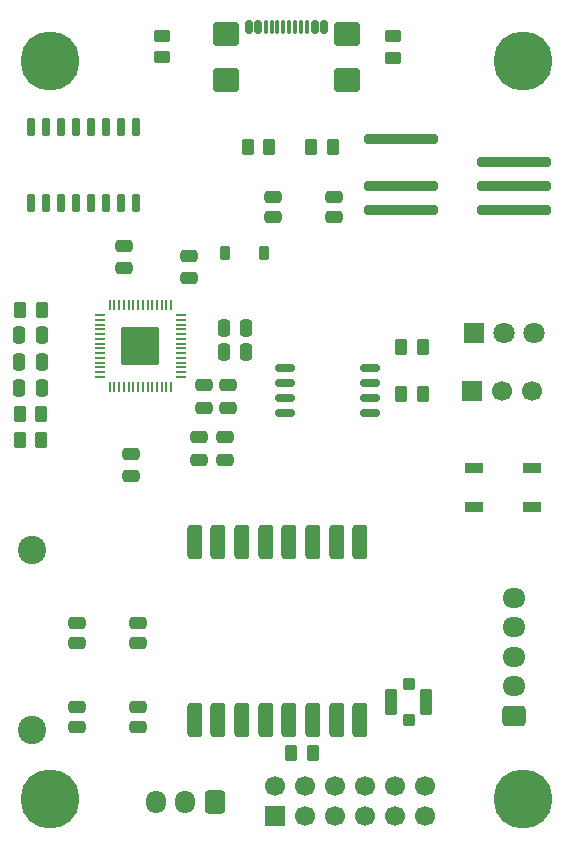
<source format=gbr>
%TF.GenerationSoftware,KiCad,Pcbnew,9.0.6*%
%TF.CreationDate,2025-11-22T08:39:34-08:00*%
%TF.ProjectId,bramble,6272616d-626c-4652-9e6b-696361645f70,rev?*%
%TF.SameCoordinates,Original*%
%TF.FileFunction,Soldermask,Top*%
%TF.FilePolarity,Negative*%
%FSLAX46Y46*%
G04 Gerber Fmt 4.6, Leading zero omitted, Abs format (unit mm)*
G04 Created by KiCad (PCBNEW 9.0.6) date 2025-11-22 08:39:34*
%MOMM*%
%LPD*%
G01*
G04 APERTURE LIST*
G04 Aperture macros list*
%AMRoundRect*
0 Rectangle with rounded corners*
0 $1 Rounding radius*
0 $2 $3 $4 $5 $6 $7 $8 $9 X,Y pos of 4 corners*
0 Add a 4 corners polygon primitive as box body*
4,1,4,$2,$3,$4,$5,$6,$7,$8,$9,$2,$3,0*
0 Add four circle primitives for the rounded corners*
1,1,$1+$1,$2,$3*
1,1,$1+$1,$4,$5*
1,1,$1+$1,$6,$7*
1,1,$1+$1,$8,$9*
0 Add four rect primitives between the rounded corners*
20,1,$1+$1,$2,$3,$4,$5,0*
20,1,$1+$1,$4,$5,$6,$7,0*
20,1,$1+$1,$6,$7,$8,$9,0*
20,1,$1+$1,$8,$9,$2,$3,0*%
G04 Aperture macros list end*
%ADD10RoundRect,0.250000X-0.475000X-0.250000X0.475000X-0.250000X0.475000X0.250000X-0.475000X0.250000X0*%
%ADD11RoundRect,0.250000X-0.262500X-0.450000X0.262500X-0.450000X0.262500X0.450000X-0.262500X0.450000X0*%
%ADD12RoundRect,0.100000X-0.400000X-0.400000X0.400000X-0.400000X0.400000X0.400000X-0.400000X0.400000X0*%
%ADD13RoundRect,0.105000X-0.420000X-0.995000X0.420000X-0.995000X0.420000X0.995000X-0.420000X0.995000X0*%
%ADD14R,1.800000X1.800000*%
%ADD15C,1.800000*%
%ADD16RoundRect,0.250000X0.475000X-0.250000X0.475000X0.250000X-0.475000X0.250000X-0.475000X-0.250000X0*%
%ADD17C,2.400000*%
%ADD18RoundRect,0.250000X-0.450000X0.262500X-0.450000X-0.262500X0.450000X-0.262500X0.450000X0.262500X0*%
%ADD19C,5.000000*%
%ADD20RoundRect,0.250000X-0.475000X0.250000X-0.475000X-0.250000X0.475000X-0.250000X0.475000X0.250000X0*%
%ADD21RoundRect,0.250000X0.262500X0.450000X-0.262500X0.450000X-0.262500X-0.450000X0.262500X-0.450000X0*%
%ADD22RoundRect,0.250000X0.475000X0.250000X-0.475000X0.250000X-0.475000X-0.250000X0.475000X-0.250000X0*%
%ADD23RoundRect,0.050000X-0.050000X0.387500X-0.050000X-0.387500X0.050000X-0.387500X0.050000X0.387500X0*%
%ADD24RoundRect,0.050000X-0.387500X0.050000X-0.387500X-0.050000X0.387500X-0.050000X0.387500X0.050000X0*%
%ADD25RoundRect,0.144000X-1.456000X1.456000X-1.456000X-1.456000X1.456000X-1.456000X1.456000X1.456000X0*%
%ADD26RoundRect,0.090000X-0.660000X-0.360000X0.660000X-0.360000X0.660000X0.360000X-0.660000X0.360000X0*%
%ADD27RoundRect,0.250000X0.250000X0.475000X-0.250000X0.475000X-0.250000X-0.475000X0.250000X-0.475000X0*%
%ADD28RoundRect,0.250000X0.600000X0.725000X-0.600000X0.725000X-0.600000X-0.725000X0.600000X-0.725000X0*%
%ADD29O,1.700000X1.950000*%
%ADD30RoundRect,0.225000X-0.225000X-0.375000X0.225000X-0.375000X0.225000X0.375000X-0.225000X0.375000X0*%
%ADD31RoundRect,0.317500X0.317500X-1.157500X0.317500X1.157500X-0.317500X1.157500X-0.317500X-1.157500X0*%
%ADD32R,1.700000X1.700000*%
%ADD33C,1.700000*%
%ADD34RoundRect,0.250000X-0.840000X-0.750000X0.840000X-0.750000X0.840000X0.750000X-0.840000X0.750000X0*%
%ADD35RoundRect,0.150000X-0.150000X-0.425000X0.150000X-0.425000X0.150000X0.425000X-0.150000X0.425000X0*%
%ADD36RoundRect,0.075000X-0.075000X-0.500000X0.075000X-0.500000X0.075000X0.500000X-0.075000X0.500000X0*%
%ADD37RoundRect,0.250000X-0.250000X-0.475000X0.250000X-0.475000X0.250000X0.475000X-0.250000X0.475000X0*%
%ADD38RoundRect,0.205000X2.920000X-0.205000X2.920000X0.205000X-2.920000X0.205000X-2.920000X-0.205000X0*%
%ADD39RoundRect,0.162500X0.650000X0.162500X-0.650000X0.162500X-0.650000X-0.162500X0.650000X-0.162500X0*%
%ADD40RoundRect,0.250000X0.725000X-0.600000X0.725000X0.600000X-0.725000X0.600000X-0.725000X-0.600000X0*%
%ADD41O,1.950000X1.700000*%
%ADD42RoundRect,0.150000X0.150000X-0.650000X0.150000X0.650000X-0.150000X0.650000X-0.150000X-0.650000X0*%
G04 APERTURE END LIST*
D10*
%TO.C,SW1*%
X35600000Y-28500000D03*
X40750000Y-28500000D03*
X35600000Y-30200000D03*
X40750000Y-30200000D03*
%TD*%
D11*
%TO.C,R13*%
X14245000Y-38070000D03*
X16070000Y-38070000D03*
%TD*%
D12*
%TO.C,J5*%
X47100000Y-69750000D03*
D13*
X48575000Y-71250000D03*
D12*
X47100000Y-72750000D03*
D13*
X45625000Y-71250000D03*
%TD*%
D11*
%TO.C,R21*%
X46487500Y-41200000D03*
X48312500Y-41200000D03*
%TD*%
D14*
%TO.C,D1*%
X52660000Y-40000000D03*
D15*
X55200000Y-40000000D03*
X57740000Y-40000000D03*
%TD*%
D16*
%TO.C,C13*%
X28525000Y-35400000D03*
X28525000Y-33500000D03*
%TD*%
D17*
%TO.C,R6*%
X15200000Y-58380000D03*
X15200000Y-73620000D03*
%TD*%
D18*
%TO.C,R17*%
X26250000Y-14837500D03*
X26250000Y-16662500D03*
%TD*%
D19*
%TO.C,U$4*%
X16750000Y-17000000D03*
%TD*%
D11*
%TO.C,R20*%
X33500000Y-24250000D03*
X35325000Y-24250000D03*
%TD*%
D20*
%TO.C,C16*%
X31550000Y-48850000D03*
X31550000Y-50750000D03*
%TD*%
D21*
%TO.C,R16*%
X15992500Y-49110000D03*
X14167500Y-49110000D03*
%TD*%
D22*
%TO.C,SW2*%
X24175000Y-66250000D03*
X19025000Y-66250000D03*
X24175000Y-64550000D03*
X19025000Y-64550000D03*
%TD*%
D23*
%TO.C,IC1*%
X27000000Y-37687500D03*
X26600000Y-37687500D03*
X26200000Y-37687500D03*
X25800000Y-37687500D03*
X25400000Y-37687500D03*
X25000000Y-37687500D03*
X24600000Y-37687500D03*
X24200000Y-37687500D03*
X23800000Y-37687500D03*
X23400000Y-37687500D03*
X23000000Y-37687500D03*
X22600000Y-37687500D03*
X22200000Y-37687500D03*
X21800000Y-37687500D03*
D24*
X20962500Y-38525000D03*
X20962500Y-38925000D03*
X20962500Y-39325000D03*
X20962500Y-39725000D03*
X20962500Y-40125000D03*
X20962500Y-40525000D03*
X20962500Y-40925000D03*
X20962500Y-41325000D03*
X20962500Y-41725000D03*
X20962500Y-42125000D03*
X20962500Y-42525000D03*
X20962500Y-42925000D03*
X20962500Y-43325000D03*
X20962500Y-43725000D03*
D23*
X21800000Y-44562500D03*
X22200000Y-44562500D03*
X22600000Y-44562500D03*
X23000000Y-44562500D03*
X23400000Y-44562500D03*
X23800000Y-44562500D03*
X24200000Y-44562500D03*
X24600000Y-44562500D03*
X25000000Y-44562500D03*
X25400000Y-44562500D03*
X25800000Y-44562500D03*
X26200000Y-44562500D03*
X26600000Y-44562500D03*
X27000000Y-44562500D03*
D24*
X27837500Y-43725000D03*
X27837500Y-43325000D03*
X27837500Y-42925000D03*
X27837500Y-42525000D03*
X27837500Y-42125000D03*
X27837500Y-41725000D03*
X27837500Y-41325000D03*
X27837500Y-40925000D03*
X27837500Y-40525000D03*
X27837500Y-40125000D03*
X27837500Y-39725000D03*
X27837500Y-39325000D03*
X27837500Y-38925000D03*
X27837500Y-38525000D03*
D25*
X24400000Y-41125000D03*
%TD*%
D26*
%TO.C,LED1*%
X52650000Y-51427500D03*
X52650000Y-54727500D03*
X57550000Y-54727500D03*
X57550000Y-51427500D03*
%TD*%
D19*
%TO.C,U$2*%
X16750000Y-79500000D03*
%TD*%
D16*
%TO.C,C18*%
X23000000Y-34550000D03*
X23000000Y-32650000D03*
%TD*%
D27*
%TO.C,C14*%
X16050000Y-40216000D03*
X14150000Y-40216000D03*
%TD*%
D28*
%TO.C,J6*%
X30700000Y-79725000D03*
D29*
X28200000Y-79725000D03*
X25700000Y-79725000D03*
%TD*%
D30*
%TO.C,D3*%
X31600000Y-33225000D03*
X34900000Y-33225000D03*
%TD*%
D22*
%TO.C,SW4*%
X24175000Y-73350000D03*
X19025000Y-73350000D03*
X24175000Y-71650000D03*
X19025000Y-71650000D03*
%TD*%
D20*
%TO.C,C15*%
X29400000Y-48852500D03*
X29400000Y-50752500D03*
%TD*%
D27*
%TO.C,C10*%
X16050000Y-44708000D03*
X14150000Y-44708000D03*
%TD*%
D19*
%TO.C,U$3*%
X56750000Y-17000000D03*
%TD*%
D31*
%TO.C,U4*%
X29000000Y-72775000D03*
X31000000Y-72775000D03*
X33000000Y-72775000D03*
X35000000Y-72775000D03*
X37000000Y-72775000D03*
X39000000Y-72775000D03*
X41000000Y-72775000D03*
X43000000Y-72775000D03*
X43000000Y-57725000D03*
X41000000Y-57725000D03*
X39000000Y-57725000D03*
X37000000Y-57725000D03*
X35000000Y-57725000D03*
X33000000Y-57725000D03*
X31000000Y-57725000D03*
X29000000Y-57725000D03*
%TD*%
D32*
%TO.C,J7*%
X35820000Y-80925000D03*
D33*
X35820000Y-78385000D03*
X38360000Y-80925000D03*
X38360000Y-78385000D03*
X40900000Y-80925000D03*
X40900000Y-78385000D03*
X43440000Y-80925000D03*
X43440000Y-78385000D03*
X45980000Y-80925000D03*
X45980000Y-78385000D03*
X48520000Y-80925000D03*
X48520000Y-78385000D03*
%TD*%
D34*
%TO.C,J3*%
X41860000Y-18625000D03*
X41860000Y-14695000D03*
X31640000Y-18625000D03*
X31640000Y-14695000D03*
D35*
X33550000Y-14120000D03*
X34350000Y-14120000D03*
D36*
X35000000Y-14120000D03*
X36000000Y-14120000D03*
X37500000Y-14120000D03*
X38500000Y-14120000D03*
D35*
X39150000Y-14120000D03*
X39950000Y-14120000D03*
X39950000Y-14120000D03*
X39150000Y-14120000D03*
D36*
X38000000Y-14120000D03*
X37000000Y-14120000D03*
X36500000Y-14120000D03*
X35500000Y-14120000D03*
D35*
X34350000Y-14120000D03*
X33550000Y-14120000D03*
%TD*%
D37*
%TO.C,C17*%
X31450000Y-41600000D03*
X33350000Y-41600000D03*
%TD*%
D18*
%TO.C,R18*%
X45800000Y-14887500D03*
X45800000Y-16712500D03*
%TD*%
D21*
%TO.C,R19*%
X40662500Y-24250000D03*
X38837500Y-24250000D03*
%TD*%
D38*
%TO.C,U1*%
X46500000Y-29583750D03*
X46500000Y-27583750D03*
X46500000Y-23583750D03*
X56000000Y-29583750D03*
X56000000Y-27583750D03*
X56000000Y-25583750D03*
%TD*%
D16*
%TO.C,C12*%
X31800000Y-46350000D03*
X31800000Y-44450000D03*
%TD*%
D39*
%TO.C,U7*%
X43850000Y-46812500D03*
X43850000Y-45542500D03*
X43850000Y-44272500D03*
X43850000Y-43002500D03*
X36675000Y-43002500D03*
X36675000Y-44272500D03*
X36675000Y-45542500D03*
X36675000Y-46812500D03*
%TD*%
D32*
%TO.C,J2*%
X52470000Y-44951250D03*
D33*
X55010000Y-44951250D03*
X57550000Y-44951250D03*
%TD*%
D27*
%TO.C,C11*%
X33350000Y-39600000D03*
X31450000Y-39600000D03*
%TD*%
D40*
%TO.C,J1*%
X56050000Y-72433750D03*
D41*
X56050000Y-69933750D03*
X56050000Y-67433750D03*
X56050000Y-64933750D03*
X56050000Y-62433750D03*
%TD*%
D19*
%TO.C,U$1*%
X56750000Y-79500000D03*
%TD*%
D21*
%TO.C,R15*%
X38987500Y-75550000D03*
X37162500Y-75550000D03*
%TD*%
D11*
%TO.C,R14*%
X46487500Y-45200000D03*
X48312500Y-45200000D03*
%TD*%
D42*
%TO.C,U6*%
X15155000Y-29050000D03*
X16425000Y-29050000D03*
X17695000Y-29050000D03*
X18965000Y-29050000D03*
X20235000Y-29050000D03*
X21505000Y-29050000D03*
X22775000Y-29050000D03*
X24045000Y-29050000D03*
X24045000Y-22550000D03*
X22775000Y-22550000D03*
X21505000Y-22550000D03*
X20235000Y-22550000D03*
X18965000Y-22550000D03*
X17695000Y-22550000D03*
X16425000Y-22550000D03*
X15155000Y-22550000D03*
%TD*%
D20*
%TO.C,C20*%
X23600000Y-50250000D03*
X23600000Y-52150000D03*
%TD*%
D37*
%TO.C,C7*%
X14150000Y-42462000D03*
X16050000Y-42462000D03*
%TD*%
D20*
%TO.C,C19*%
X29800000Y-44450000D03*
X29800000Y-46350000D03*
%TD*%
D11*
%TO.C,R12*%
X14167500Y-46924000D03*
X15992500Y-46924000D03*
%TD*%
M02*

</source>
